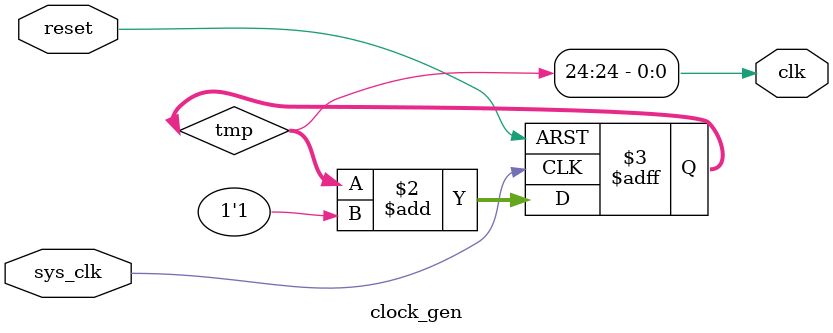
<source format=sv>
module clock_gen
#( parameter N = 24)
(input logic sys_clk, reset,
    output logic clk);
logic [31:0] tmp;
always_ff @ (posedge sys_clk, posedge reset) 
begin
  if (reset) tmp = 32'b0;
  else tmp = tmp + 1'b1;
end
assign clk = tmp[N];
endmodule
</source>
